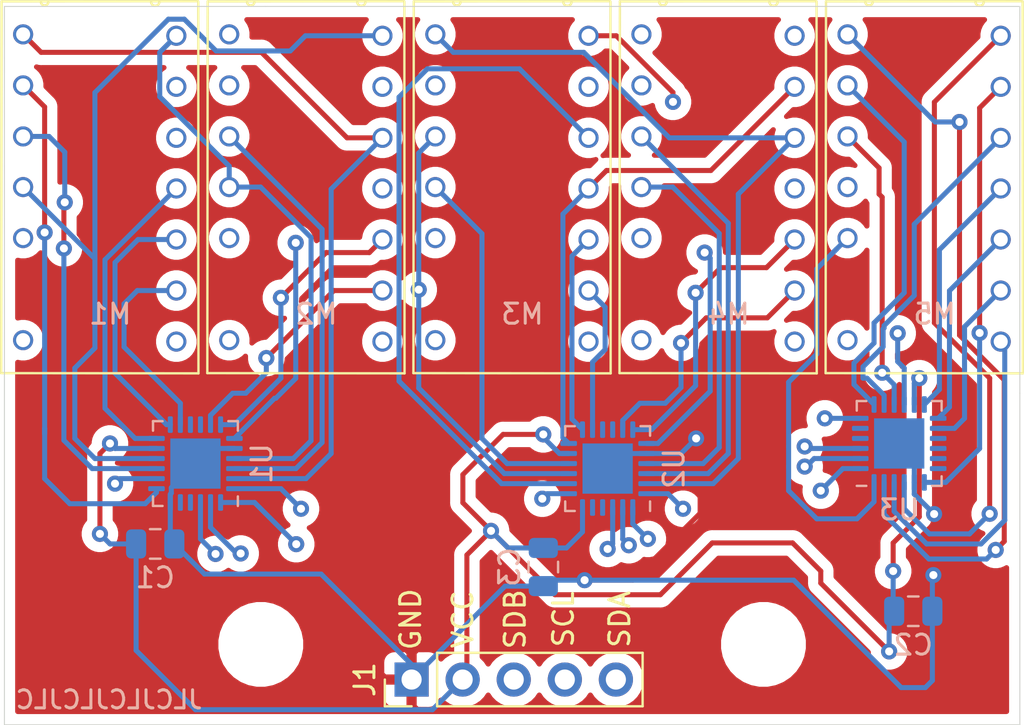
<source format=kicad_pcb>
(kicad_pcb (version 20171130) (host pcbnew 5.1.9+dfsg1-1)
  (layers (0 F.Cu signal) (1 In1.Cu signal) (2 In2.Cu signal) (31 B.Cu signal) (34 B.Paste user) (35 F.Paste user) (36 B.SilkS user) (37 F.SilkS user) (38 B.Mask user) (39 F.Mask user) (44 Edge.Cuts user))
  (net 0 "")
  (net 1 /C2)
  (net 2 /R1)
  (net 3 /R3)
  (net 4 /R4)
  (net 5 /C1)
  (net 6 "Net-(M1-Pad7)")
  (net 7 /R5)
  (net 8 /C4)
  (net 9 /R7)
  (net 10 /C5)
  (net 11 /R2)
  (net 12 /R6)
  (net 13 /C3)
  (net 14 "Net-(M2-Pad7)")
  (net 15 /C7)
  (net 16 /C6)
  (net 17 "Net-(M3-Pad7)")
  (net 18 "Net-(M4-Pad7)")
  (net 19 "Net-(M5-Pad7)")
  (net 20 GND)
  (net 21 "Net-(U1-Pad16)")
  (net 22 "Net-(U1-Pad15)")
  (net 23 +3V3)
  (net 24 "Net-(U1-Pad5)")
  (net 25 "Net-(U1-Pad4)")
  (net 26 SDB)
  (net 27 SCL)
  (net 28 SDA)
  (net 29 "Net-(U2-Pad16)")
  (net 30 "Net-(U2-Pad15)")
  (net 31 "Net-(U2-Pad5)")
  (net 32 "Net-(U2-Pad4)")
  (net 33 "Net-(U3-Pad18)")
  (net 34 "Net-(U3-Pad17)")
  (net 35 "Net-(U3-Pad16)")
  (net 36 "Net-(U3-Pad15)")
  (net 37 "Net-(U3-Pad5)")
  (net 38 "Net-(U3-Pad4)")
  (net 39 /2-C2)
  (net 40 /2-R1)
  (net 41 /2-R3)
  (net 42 /2-R4)
  (net 43 /2-C1)
  (net 44 /2-R5)
  (net 45 /2-C4)
  (net 46 /2-R7)
  (net 47 /2-C5)
  (net 48 /2-R2)
  (net 49 /2-R6)
  (net 50 /2-C3)
  (net 51 /2-C7)
  (net 52 /2-C6)
  (net 53 /3-C2)
  (net 54 /3-R1)
  (net 55 /3-R3)
  (net 56 /3-R4)
  (net 57 /3-C1)
  (net 58 /3-R5)
  (net 59 /3-C4)
  (net 60 /3-R7)
  (net 61 /3-C5)
  (net 62 /3-R2)
  (net 63 /3-R6)
  (net 64 /3-C3)
  (module Package_DFN_QFN:QFN-24-1EP_4x4mm_P0.5mm_EP2.6x2.6mm (layer B.Cu) (at 171.5 96.25)
    (fp_text reference U3 (at 0 3.3) (layer B.SilkS) (effects (justify mirror)))
    (fp_text value IS31FL3730 hide)
    (pad 25 smd rect (at 0 0) (size 2.5 2.5) (layers B.Cu B.Mask) (net 20 GND))
    (pad 24 smd roundrect (at -1.25 1.9375) (size 0.25 0.825) (layers B.Cu B.Paste B.Mask) (net 57 /3-C1))
    (pad 23 smd roundrect (at -0.75 1.9375) (size 0.25 0.825) (layers B.Cu B.Paste B.Mask) (net 53 /3-C2))
    (pad 22 smd roundrect (at -0.25 1.9375) (size 0.25 0.825) (layers B.Cu B.Paste B.Mask) (net 64 /3-C3))
    (pad 21 smd roundrect (at 0.25 1.9375) (size 0.25 0.825) (layers B.Cu B.Paste B.Mask) (net 59 /3-C4))
    (pad 20 smd roundrect (at 0.75 1.9375) (size 0.25 0.825) (layers B.Cu B.Paste B.Mask) (net 20 GND))
    (pad 19 smd roundrect (at 1.25 1.9375) (size 0.25 0.825) (layers B.Cu B.Paste B.Mask) (net 61 /3-C5))
    (pad 18 smd roundrect (at 1.9375 1.25) (size 0.825 0.25) (layers B.Cu B.Paste B.Mask) (net 33 "Net-(U3-Pad18)"))
    (pad 17 smd roundrect (at 1.9375 0.75) (size 0.825 0.25) (layers B.Cu B.Paste B.Mask) (net 34 "Net-(U3-Pad17)"))
    (pad 16 smd roundrect (at 1.9375 0.25) (size 0.825 0.25) (layers B.Cu B.Paste B.Mask) (net 35 "Net-(U3-Pad16)"))
    (pad 15 smd roundrect (at 1.9375 -0.25) (size 0.825 0.25) (layers B.Cu B.Paste B.Mask) (net 36 "Net-(U3-Pad15)"))
    (pad 14 smd roundrect (at 1.9375 -0.75) (size 0.825 0.25) (layers B.Cu B.Paste B.Mask) (net 60 /3-R7))
    (pad 13 smd roundrect (at 1.9375 -1.25) (size 0.825 0.25) (layers B.Cu B.Paste B.Mask) (net 63 /3-R6))
    (pad 12 smd roundrect (at 1.25 -1.9375) (size 0.25 0.825) (layers B.Cu B.Paste B.Mask) (net 58 /3-R5))
    (pad 11 smd roundrect (at 0.75 -1.9375) (size 0.25 0.825) (layers B.Cu B.Paste B.Mask) (net 23 +3V3))
    (pad 10 smd roundrect (at 0.25 -1.9375) (size 0.25 0.825) (layers B.Cu B.Paste B.Mask) (net 56 /3-R4))
    (pad 9 smd roundrect (at -0.25 -1.9375) (size 0.25 0.825) (layers B.Cu B.Paste B.Mask) (net 55 /3-R3))
    (pad 8 smd roundrect (at -0.75 -1.9375) (size 0.25 0.825) (layers B.Cu B.Paste B.Mask) (net 62 /3-R2))
    (pad 7 smd roundrect (at -1.25 -1.9375) (size 0.25 0.825) (layers B.Cu B.Paste B.Mask) (net 54 /3-R1))
    (pad 6 smd roundrect (at -1.9375 -1.25) (size 0.825 0.25) (layers B.Cu B.Paste B.Mask) (net 27 SCL))
    (pad 5 smd roundrect (at -1.9375 -0.75) (size 0.825 0.25) (layers B.Cu B.Paste B.Mask) (net 37 "Net-(U3-Pad5)"))
    (pad 4 smd roundrect (at -1.9375 -0.25) (size 0.825 0.25) (layers B.Cu B.Paste B.Mask) (net 38 "Net-(U3-Pad4)"))
    (pad 3 smd roundrect (at -1.9375 0.25) (size 0.825 0.25) (layers B.Cu B.Paste B.Mask) (net 26 SDB))
    (pad 2 smd roundrect (at -1.9375 0.75) (size 0.825 0.25) (layers B.Cu B.Paste B.Mask) (net 27 SCL))
    (pad 1 smd roundrect (at -1.9375 1.25) (size 0.825 0.25) (layers B.Cu B.Paste B.Mask) (net 28 SDA))
  )
  (module Package_DFN_QFN:QFN-24-1EP_4x4mm_P0.5mm_EP2.6x2.6mm (layer B.Cu) (at 157 97.5 90)
    (fp_text reference U2 (at 0 3.3 90) (layer B.SilkS) (effects (justify mirror)))
    (fp_text value IS31FL3730 hide)
    (pad 25 smd rect (at 0 0 90) (size 2.5 2.5) (layers B.Cu B.Mask) (net 20 GND))
    (pad 24 smd roundrect (at -1.25 1.9375 90) (size 0.25 0.825) (layers B.Cu B.Paste B.Mask) (net 43 /2-C1))
    (pad 23 smd roundrect (at -0.75 1.9375 90) (size 0.25 0.825) (layers B.Cu B.Paste B.Mask) (net 39 /2-C2))
    (pad 22 smd roundrect (at -0.25 1.9375 90) (size 0.25 0.825) (layers B.Cu B.Paste B.Mask) (net 50 /2-C3))
    (pad 21 smd roundrect (at 0.25 1.9375 90) (size 0.25 0.825) (layers B.Cu B.Paste B.Mask) (net 45 /2-C4))
    (pad 20 smd roundrect (at 0.75 1.9375 90) (size 0.25 0.825) (layers B.Cu B.Paste B.Mask) (net 20 GND))
    (pad 19 smd roundrect (at 1.25 1.9375 90) (size 0.25 0.825) (layers B.Cu B.Paste B.Mask) (net 47 /2-C5))
    (pad 18 smd roundrect (at 1.9375 1.25 90) (size 0.825 0.25) (layers B.Cu B.Paste B.Mask) (net 52 /2-C6))
    (pad 17 smd roundrect (at 1.9375 0.75 90) (size 0.825 0.25) (layers B.Cu B.Paste B.Mask) (net 51 /2-C7))
    (pad 16 smd roundrect (at 1.9375 0.25 90) (size 0.825 0.25) (layers B.Cu B.Paste B.Mask) (net 29 "Net-(U2-Pad16)"))
    (pad 15 smd roundrect (at 1.9375 -0.25 90) (size 0.825 0.25) (layers B.Cu B.Paste B.Mask) (net 30 "Net-(U2-Pad15)"))
    (pad 14 smd roundrect (at 1.9375 -0.75 90) (size 0.825 0.25) (layers B.Cu B.Paste B.Mask) (net 46 /2-R7))
    (pad 13 smd roundrect (at 1.9375 -1.25 90) (size 0.825 0.25) (layers B.Cu B.Paste B.Mask) (net 49 /2-R6))
    (pad 12 smd roundrect (at 1.25 -1.9375 90) (size 0.25 0.825) (layers B.Cu B.Paste B.Mask) (net 44 /2-R5))
    (pad 11 smd roundrect (at 0.75 -1.9375 90) (size 0.25 0.825) (layers B.Cu B.Paste B.Mask) (net 23 +3V3))
    (pad 10 smd roundrect (at 0.25 -1.9375 90) (size 0.25 0.825) (layers B.Cu B.Paste B.Mask) (net 42 /2-R4))
    (pad 9 smd roundrect (at -0.25 -1.9375 90) (size 0.25 0.825) (layers B.Cu B.Paste B.Mask) (net 41 /2-R3))
    (pad 8 smd roundrect (at -0.75 -1.9375 90) (size 0.25 0.825) (layers B.Cu B.Paste B.Mask) (net 48 /2-R2))
    (pad 7 smd roundrect (at -1.25 -1.9375 90) (size 0.25 0.825) (layers B.Cu B.Paste B.Mask) (net 40 /2-R1))
    (pad 6 smd roundrect (at -1.9375 -1.25 90) (size 0.825 0.25) (layers B.Cu B.Paste B.Mask) (net 23 +3V3))
    (pad 5 smd roundrect (at -1.9375 -0.75 90) (size 0.825 0.25) (layers B.Cu B.Paste B.Mask) (net 31 "Net-(U2-Pad5)"))
    (pad 4 smd roundrect (at -1.9375 -0.25 90) (size 0.825 0.25) (layers B.Cu B.Paste B.Mask) (net 32 "Net-(U2-Pad4)"))
    (pad 3 smd roundrect (at -1.9375 0.25 90) (size 0.825 0.25) (layers B.Cu B.Paste B.Mask) (net 26 SDB))
    (pad 2 smd roundrect (at -1.9375 0.75 90) (size 0.825 0.25) (layers B.Cu B.Paste B.Mask) (net 27 SCL))
    (pad 1 smd roundrect (at -1.9375 1.25 90) (size 0.825 0.25) (layers B.Cu B.Paste B.Mask) (net 28 SDA))
  )
  (module Package_DFN_QFN:QFN-24-1EP_4x4mm_P0.5mm_EP2.6x2.6mm (layer B.Cu) (at 136.5 97.25 90)
    (fp_text reference U1 (at 0 3.3 270) (layer B.SilkS) (effects (justify mirror)))
    (fp_text value IS31FL3730 hide)
    (pad 25 smd rect (at 0 0 90) (size 2.5 2.5) (layers B.Cu B.Mask) (net 20 GND))
    (pad 24 smd roundrect (at -1.25 1.9375 90) (size 0.25 0.825) (layers B.Cu B.Paste B.Mask) (net 5 /C1))
    (pad 23 smd roundrect (at -0.75 1.9375 90) (size 0.25 0.825) (layers B.Cu B.Paste B.Mask) (net 1 /C2))
    (pad 22 smd roundrect (at -0.25 1.9375 90) (size 0.25 0.825) (layers B.Cu B.Paste B.Mask) (net 13 /C3))
    (pad 21 smd roundrect (at 0.25 1.9375 90) (size 0.25 0.825) (layers B.Cu B.Paste B.Mask) (net 8 /C4))
    (pad 20 smd roundrect (at 0.75 1.9375 90) (size 0.25 0.825) (layers B.Cu B.Paste B.Mask) (net 20 GND))
    (pad 19 smd roundrect (at 1.25 1.9375 90) (size 0.25 0.825) (layers B.Cu B.Paste B.Mask) (net 10 /C5))
    (pad 18 smd roundrect (at 1.9375 1.25 90) (size 0.825 0.25) (layers B.Cu B.Paste B.Mask) (net 16 /C6))
    (pad 17 smd roundrect (at 1.9375 0.75 90) (size 0.825 0.25) (layers B.Cu B.Paste B.Mask) (net 15 /C7))
    (pad 16 smd roundrect (at 1.9375 0.25 90) (size 0.825 0.25) (layers B.Cu B.Paste B.Mask) (net 21 "Net-(U1-Pad16)"))
    (pad 15 smd roundrect (at 1.9375 -0.25 90) (size 0.825 0.25) (layers B.Cu B.Paste B.Mask) (net 22 "Net-(U1-Pad15)"))
    (pad 14 smd roundrect (at 1.9375 -0.75 90) (size 0.825 0.25) (layers B.Cu B.Paste B.Mask) (net 9 /R7))
    (pad 13 smd roundrect (at 1.9375 -1.25 90) (size 0.825 0.25) (layers B.Cu B.Paste B.Mask) (net 12 /R6))
    (pad 12 smd roundrect (at 1.25 -1.9375 90) (size 0.25 0.825) (layers B.Cu B.Paste B.Mask) (net 7 /R5))
    (pad 11 smd roundrect (at 0.75 -1.9375 90) (size 0.25 0.825) (layers B.Cu B.Paste B.Mask) (net 23 +3V3))
    (pad 10 smd roundrect (at 0.25 -1.9375 90) (size 0.25 0.825) (layers B.Cu B.Paste B.Mask) (net 4 /R4))
    (pad 9 smd roundrect (at -0.25 -1.9375 90) (size 0.25 0.825) (layers B.Cu B.Paste B.Mask) (net 3 /R3))
    (pad 8 smd roundrect (at -0.75 -1.9375 90) (size 0.25 0.825) (layers B.Cu B.Paste B.Mask) (net 11 /R2))
    (pad 7 smd roundrect (at -1.25 -1.9375 90) (size 0.25 0.825) (layers B.Cu B.Paste B.Mask) (net 2 /R1))
    (pad 6 smd roundrect (at -1.9375 -1.25 90) (size 0.825 0.25) (layers B.Cu B.Paste B.Mask) (net 20 GND))
    (pad 5 smd roundrect (at -1.9375 -0.75 90) (size 0.825 0.25) (layers B.Cu B.Paste B.Mask) (net 24 "Net-(U1-Pad5)"))
    (pad 4 smd roundrect (at -1.9375 -0.25 90) (size 0.825 0.25) (layers B.Cu B.Paste B.Mask) (net 25 "Net-(U1-Pad4)"))
    (pad 3 smd roundrect (at -1.9375 0.25 90) (size 0.825 0.25) (layers B.Cu B.Paste B.Mask) (net 26 SDB))
    (pad 2 smd roundrect (at -1.9375 0.75 90) (size 0.825 0.25) (layers B.Cu B.Paste B.Mask) (net 27 SCL))
    (pad 1 smd roundrect (at -1.9375 1.25 90) (size 0.825 0.25) (layers B.Cu B.Paste B.Mask) (net 28 SDA))
  )
  (module ltp205g:LTP-305G (layer F.Cu) (at 152 83.5)
    (fp_text reference M3 (at 0.76 6.31) (layer B.SilkS) (effects (justify mirror)))
    (fp_text value LTP-305G hide)
    (pad 1 thru_hole circle (at -3.57 -7.61) (size 1 1) (drill 0.7) (layers *.Cu *.Mask) (net 39 /2-C2))
    (pad 2 thru_hole circle (at -3.57 -5.07) (size 1 1) (drill 0.7) (layers *.Cu *.Mask) (net 40 /2-R1))
    (pad 3 thru_hole circle (at -3.57 -2.53) (size 1 1) (drill 0.7) (layers *.Cu *.Mask) (net 41 /2-R3))
    (pad 4 thru_hole circle (at -3.57 -0.01) (size 1 1) (drill 0.7) (layers *.Cu *.Mask) (net 42 /2-R4))
    (pad 5 thru_hole circle (at -3.57 2.53) (size 1 1) (drill 0.7) (layers *.Cu *.Mask) (net 43 /2-C1))
    (pad 7 thru_hole circle (at -3.57 7.61) (size 1 1) (drill 0.7) (layers *.Cu *.Mask) (net 17 "Net-(M3-Pad7)"))
    (pad 11 thru_hole circle (at 4.05 0.06) (size 1 1) (drill 0.7) (layers *.Cu *.Mask) (net 44 /2-R5))
    (pad 14 thru_hole circle (at 4.05 -7.54) (size 1 1) (drill 0.7) (layers *.Cu *.Mask) (net 45 /2-C4))
    (pad 9 thru_hole circle (at 4.05 5.14) (size 1 1) (drill 0.7) (layers *.Cu *.Mask) (net 46 /2-R7))
    (pad 13 thru_hole circle (at 4.05 -5) (size 1 1) (drill 0.7) (layers *.Cu *.Mask) (net 47 /2-C5))
    (pad 12 thru_hole circle (at 4.05 -2.46) (size 1 1) (drill 0.7) (layers *.Cu *.Mask) (net 48 /2-R2))
    (pad 10 thru_hole circle (at 4.05 2.6) (size 1 1) (drill 0.7) (layers *.Cu *.Mask) (net 49 /2-R6))
    (pad 8 thru_hole circle (at 4.05 7.68) (size 1 1) (drill 0.7) (layers *.Cu *.Mask) (net 50 /2-C3))
  )
  (module Connector_PinHeader_2.54mm:PinHeader_1x05_P2.54mm_Vertical (layer F.Cu) (at 147.25 108 90)
    (fp_text reference J1 (at 0 -2.33 90) (layer F.SilkS))
    (fp_text value Conn_01x05_Female hide)
    (pad 5 thru_hole oval (at 0 10.16 90) (size 1.7 1.7) (drill 1) (layers *.Cu *.Mask) (net 28 SDA))
    (pad 4 thru_hole oval (at 0 7.62 90) (size 1.7 1.7) (drill 1) (layers *.Cu *.Mask) (net 27 SCL))
    (pad 3 thru_hole oval (at 0 5.08 90) (size 1.7 1.7) (drill 1) (layers *.Cu *.Mask) (net 26 SDB))
    (pad 2 thru_hole oval (at 0 2.54 90) (size 1.7 1.7) (drill 1) (layers *.Cu *.Mask) (net 23 +3V3))
    (pad 1 thru_hole rect (at 0 0 90) (size 1.7 1.7) (drill 1) (layers *.Cu *.Mask) (net 20 GND))
  )
  (module MountingHole:MountingHole_3.2mm_M3 (layer F.Cu) (at 164.75 106.25)
    (fp_text reference H2 hide)
    (fp_text value MountingHole hide)
    (pad 1 np_thru_hole circle (at 0 0) (size 3.2 3.2) (drill 3.2) (layers *.Cu *.Mask))
  )
  (module MountingHole:MountingHole_3.2mm_M3 (layer F.Cu) (at 139.75 106.25)
    (fp_text reference H1 hide)
    (fp_text value MountingHole hide)
    (pad 1 np_thru_hole circle (at 0 0) (size 3.2 3.2) (drill 3.2) (layers *.Cu *.Mask))
  )
  (module Capacitor_SMD:C_0805_2012Metric (layer B.Cu) (at 153.8 102.4 270)
    (fp_text reference C3 (at 0 1.68 90) (layer B.SilkS) (effects (justify mirror)))
    (fp_text value 100nf hide)
    (pad 2 smd roundrect (at 0.95 0 270) (size 1 1.45) (layers B.Cu B.Paste B.Mask) (net 20 GND))
    (pad 1 smd roundrect (at -0.95 0 270) (size 1 1.45) (layers B.Cu B.Paste B.Mask) (net 23 +3V3))
  )
  (module Capacitor_SMD:C_0805_2012Metric (layer B.Cu) (at 172.2 104.6)
    (fp_text reference C2 (at 0 1.68) (layer B.SilkS) (effects (justify mirror)))
    (fp_text value 100nf hide)
    (pad 2 smd roundrect (at 0.95 0) (size 1 1.45) (layers B.Cu B.Paste B.Mask) (net 20 GND))
    (pad 1 smd roundrect (at -0.95 0) (size 1 1.45) (layers B.Cu B.Paste B.Mask) (net 23 +3V3))
  )
  (module Capacitor_SMD:C_0805_2012Metric (layer B.Cu) (at 134.5 101.25)
    (fp_text reference C1 (at 0 1.68) (layer B.SilkS) (effects (justify mirror)))
    (fp_text value 100nf hide)
    (pad 2 smd roundrect (at 0.95 0) (size 1 1.45) (layers B.Cu B.Paste B.Mask) (net 20 GND))
    (pad 1 smd roundrect (at -0.95 0) (size 1 1.45) (layers B.Cu B.Paste B.Mask) (net 23 +3V3))
  )
  (module ltp205g:LTP-305G (layer F.Cu) (at 141.75 83.5)
    (fp_text reference M2 (at 0.76 6.31) (layer B.SilkS) (effects (justify mirror)))
    (fp_text value LTP-305G hide)
    (pad 1 thru_hole circle (at -3.57 -7.61) (size 1 1) (drill 0.7) (layers *.Cu *.Mask) (net 11 /R2))
    (pad 2 thru_hole circle (at -3.57 -5.07) (size 1 1) (drill 0.7) (layers *.Cu *.Mask) (net 5 /C1))
    (pad 3 thru_hole circle (at -3.57 -2.53) (size 1 1) (drill 0.7) (layers *.Cu *.Mask) (net 13 /C3))
    (pad 4 thru_hole circle (at -3.57 -0.01) (size 1 1) (drill 0.7) (layers *.Cu *.Mask) (net 8 /C4))
    (pad 5 thru_hole circle (at -3.57 2.53) (size 1 1) (drill 0.7) (layers *.Cu *.Mask) (net 2 /R1))
    (pad 7 thru_hole circle (at -3.57 7.61) (size 1 1) (drill 0.7) (layers *.Cu *.Mask) (net 14 "Net-(M2-Pad7)"))
    (pad 11 thru_hole circle (at 4.05 0.06) (size 1 1) (drill 0.7) (layers *.Cu *.Mask) (net 10 /C5))
    (pad 14 thru_hole circle (at 4.05 -7.54) (size 1 1) (drill 0.7) (layers *.Cu *.Mask) (net 4 /R4))
    (pad 9 thru_hole circle (at 4.05 5.14) (size 1 1) (drill 0.7) (layers *.Cu *.Mask) (net 15 /C7))
    (pad 13 thru_hole circle (at 4.05 -5) (size 1 1) (drill 0.7) (layers *.Cu *.Mask) (net 7 /R5))
    (pad 12 thru_hole circle (at 4.05 -2.46) (size 1 1) (drill 0.7) (layers *.Cu *.Mask) (net 1 /C2))
    (pad 10 thru_hole circle (at 4.05 2.6) (size 1 1) (drill 0.7) (layers *.Cu *.Mask) (net 16 /C6))
    (pad 8 thru_hole circle (at 4.05 7.68) (size 1 1) (drill 0.7) (layers *.Cu *.Mask) (net 3 /R3))
  )
  (module ltp205g:LTP-305G (layer F.Cu) (at 131.5 83.5)
    (fp_text reference M1 (at 0.76 6.31) (layer B.SilkS) (effects (justify mirror)))
    (fp_text value LTP-305G hide)
    (pad 1 thru_hole circle (at -3.57 -7.61) (size 1 1) (drill 0.7) (layers *.Cu *.Mask) (net 1 /C2))
    (pad 2 thru_hole circle (at -3.57 -5.07) (size 1 1) (drill 0.7) (layers *.Cu *.Mask) (net 2 /R1))
    (pad 3 thru_hole circle (at -3.57 -2.53) (size 1 1) (drill 0.7) (layers *.Cu *.Mask) (net 3 /R3))
    (pad 4 thru_hole circle (at -3.57 -0.01) (size 1 1) (drill 0.7) (layers *.Cu *.Mask) (net 4 /R4))
    (pad 5 thru_hole circle (at -3.57 2.53) (size 1 1) (drill 0.7) (layers *.Cu *.Mask) (net 5 /C1))
    (pad 7 thru_hole circle (at -3.57 7.61) (size 1 1) (drill 0.7) (layers *.Cu *.Mask) (net 6 "Net-(M1-Pad7)"))
    (pad 11 thru_hole circle (at 4.05 0.06) (size 1 1) (drill 0.7) (layers *.Cu *.Mask) (net 7 /R5))
    (pad 14 thru_hole circle (at 4.05 -7.54) (size 1 1) (drill 0.7) (layers *.Cu *.Mask) (net 8 /C4))
    (pad 9 thru_hole circle (at 4.05 5.14) (size 1 1) (drill 0.7) (layers *.Cu *.Mask) (net 9 /R7))
    (pad 13 thru_hole circle (at 4.05 -5) (size 1 1) (drill 0.7) (layers *.Cu *.Mask) (net 10 /C5))
    (pad 12 thru_hole circle (at 4.05 -2.46) (size 1 1) (drill 0.7) (layers *.Cu *.Mask) (net 11 /R2))
    (pad 10 thru_hole circle (at 4.05 2.6) (size 1 1) (drill 0.7) (layers *.Cu *.Mask) (net 12 /R6))
    (pad 8 thru_hole circle (at 4.05 7.68) (size 1 1) (drill 0.7) (layers *.Cu *.Mask) (net 13 /C3))
  )
  (module ltp205g:LTP-305G (layer F.Cu) (at 172.5 83.5)
    (fp_text reference M5 (at 0.76 6.31) (layer B.SilkS) (effects (justify mirror)))
    (fp_text value LTP-305G hide)
    (pad 1 thru_hole circle (at -3.57 -7.61) (size 1 1) (drill 0.7) (layers *.Cu *.Mask) (net 53 /3-C2))
    (pad 2 thru_hole circle (at -3.57 -5.07) (size 1 1) (drill 0.7) (layers *.Cu *.Mask) (net 54 /3-R1))
    (pad 3 thru_hole circle (at -3.57 -2.53) (size 1 1) (drill 0.7) (layers *.Cu *.Mask) (net 55 /3-R3))
    (pad 4 thru_hole circle (at -3.57 -0.01) (size 1 1) (drill 0.7) (layers *.Cu *.Mask) (net 56 /3-R4))
    (pad 5 thru_hole circle (at -3.57 2.53) (size 1 1) (drill 0.7) (layers *.Cu *.Mask) (net 57 /3-C1))
    (pad 7 thru_hole circle (at -3.57 7.61) (size 1 1) (drill 0.7) (layers *.Cu *.Mask) (net 19 "Net-(M5-Pad7)"))
    (pad 11 thru_hole circle (at 4.05 0.06) (size 1 1) (drill 0.7) (layers *.Cu *.Mask) (net 58 /3-R5))
    (pad 14 thru_hole circle (at 4.05 -7.54) (size 1 1) (drill 0.7) (layers *.Cu *.Mask) (net 59 /3-C4))
    (pad 9 thru_hole circle (at 4.05 5.14) (size 1 1) (drill 0.7) (layers *.Cu *.Mask) (net 60 /3-R7))
    (pad 13 thru_hole circle (at 4.05 -5) (size 1 1) (drill 0.7) (layers *.Cu *.Mask) (net 61 /3-C5))
    (pad 12 thru_hole circle (at 4.05 -2.46) (size 1 1) (drill 0.7) (layers *.Cu *.Mask) (net 62 /3-R2))
    (pad 10 thru_hole circle (at 4.05 2.6) (size 1 1) (drill 0.7) (layers *.Cu *.Mask) (net 63 /3-R6))
    (pad 8 thru_hole circle (at 4.05 7.68) (size 1 1) (drill 0.7) (layers *.Cu *.Mask) (net 64 /3-C3))
  )
  (module ltp205g:LTP-305G (layer F.Cu) (at 162.25 83.5)
    (fp_text reference M4 (at 0.76 6.31) (layer B.SilkS) (effects (justify mirror)))
    (fp_text value LTP-305G hide)
    (pad 1 thru_hole circle (at -3.57 -7.61) (size 1 1) (drill 0.7) (layers *.Cu *.Mask) (net 48 /2-R2))
    (pad 2 thru_hole circle (at -3.57 -5.07) (size 1 1) (drill 0.7) (layers *.Cu *.Mask) (net 43 /2-C1))
    (pad 3 thru_hole circle (at -3.57 -2.53) (size 1 1) (drill 0.7) (layers *.Cu *.Mask) (net 50 /2-C3))
    (pad 4 thru_hole circle (at -3.57 -0.01) (size 1 1) (drill 0.7) (layers *.Cu *.Mask) (net 45 /2-C4))
    (pad 5 thru_hole circle (at -3.57 2.53) (size 1 1) (drill 0.7) (layers *.Cu *.Mask) (net 40 /2-R1))
    (pad 7 thru_hole circle (at -3.57 7.61) (size 1 1) (drill 0.7) (layers *.Cu *.Mask) (net 18 "Net-(M4-Pad7)"))
    (pad 11 thru_hole circle (at 4.05 0.06) (size 1 1) (drill 0.7) (layers *.Cu *.Mask) (net 47 /2-C5))
    (pad 14 thru_hole circle (at 4.05 -7.54) (size 1 1) (drill 0.7) (layers *.Cu *.Mask) (net 42 /2-R4))
    (pad 9 thru_hole circle (at 4.05 5.14) (size 1 1) (drill 0.7) (layers *.Cu *.Mask) (net 51 /2-C7))
    (pad 13 thru_hole circle (at 4.05 -5) (size 1 1) (drill 0.7) (layers *.Cu *.Mask) (net 44 /2-R5))
    (pad 12 thru_hole circle (at 4.05 -2.46) (size 1 1) (drill 0.7) (layers *.Cu *.Mask) (net 39 /2-C2))
    (pad 10 thru_hole circle (at 4.05 2.6) (size 1 1) (drill 0.7) (layers *.Cu *.Mask) (net 52 /2-C6))
    (pad 8 thru_hole circle (at 4.05 7.68) (size 1 1) (drill 0.7) (layers *.Cu *.Mask) (net 41 /2-R3))
  )
  (gr_text JLCJLCJLCJLC (at 132.2 109) (layer B.SilkS) (effects (font (size 0.9 0.9)) (justify mirror)))
  (gr_text SDA (at 157.6 105 90) (layer F.SilkS) (effects (font (size 1 1))))
  (gr_text SCL (at 154.8 105 90) (layer F.SilkS) (effects (font (size 1 1))))
  (gr_text SDB (at 152.4 105 90) (layer F.SilkS) (effects (font (size 1 1))))
  (gr_text VCC (at 149.8 105 90) (layer F.SilkS) (effects (font (size 1 1))))
  (gr_text GND (at 147.2 105 90) (layer F.SilkS) (effects (font (size 1 1))))
  (gr_line (start 177.5 110.25) (end 127 110.25) (layer Edge.Cuts) (width 0.05))
  (gr_line (start 127 74.5) (end 127 110.25) (layer Edge.Cuts) (width 0.05))
  (gr_line (start 140 74.5) (end 127 74.5) (layer Edge.Cuts) (width 0.05))
  (gr_line (start 167.5 74.5) (end 140 74.5) (layer Edge.Cuts) (width 0.05))
  (gr_line (start 177.5 93.75) (end 177.5 110.25) (layer Edge.Cuts) (width 0.05))
  (gr_line (start 177.5 74.5) (end 177.5 93.75) (layer Edge.Cuts) (width 0.05))
  (gr_line (start 167.5 74.5) (end 177.5 74.5) (layer Edge.Cuts) (width 0.05))
  (segment (start 139.785001 76.785001) (end 144.04 81.04) (width 0.25) (layer F.Cu) (net 1))
  (segment (start 144.04 81.04) (end 145.8 81.04) (width 0.25) (layer F.Cu) (net 1))
  (segment (start 127.93 75.89) (end 128.825001 76.785001) (width 0.25) (layer F.Cu) (net 1))
  (segment (start 128.825001 76.785001) (end 139.785001 76.785001) (width 0.25) (layer F.Cu) (net 1))
  (segment (start 143.25 83.59) (end 145.8 81.04) (width 0.25) (layer B.Cu) (net 1))
  (segment (start 143.25 96.75) (end 143.25 83.59) (width 0.25) (layer B.Cu) (net 1))
  (segment (start 142 98) (end 143.25 96.75) (width 0.25) (layer B.Cu) (net 1))
  (segment (start 138.4375 98) (end 142 98) (width 0.25) (layer B.Cu) (net 1))
  (via (at 129 85.75) (size 0.8) (drill 0.4) (layers F.Cu B.Cu) (net 2))
  (segment (start 129 79.5) (end 127.93 78.43) (width 0.25) (layer F.Cu) (net 2))
  (segment (start 129 85.75) (end 129 79.5) (width 0.25) (layer F.Cu) (net 2))
  (segment (start 134.5625 98.5) (end 134.5625 98.6875) (width 0.25) (layer B.Cu) (net 2))
  (segment (start 134.5625 98.6875) (end 134 99.25) (width 0.25) (layer B.Cu) (net 2))
  (segment (start 134 99.25) (end 130.25 99.25) (width 0.25) (layer B.Cu) (net 2))
  (segment (start 129 98) (end 129 95.5) (width 0.25) (layer B.Cu) (net 2))
  (segment (start 130.25 99.25) (end 129 98) (width 0.25) (layer B.Cu) (net 2))
  (segment (start 129 95.5) (end 129 85.75) (width 0.25) (layer B.Cu) (net 2))
  (segment (start 129 95.77282) (end 129 95.5) (width 0.25) (layer B.Cu) (net 2))
  (via (at 129.957347 86.542653) (size 0.8) (drill 0.4) (layers F.Cu B.Cu) (net 3))
  (segment (start 129.957347 96.093757) (end 129.957347 86.542653) (width 0.25) (layer B.Cu) (net 3))
  (segment (start 131.36359 97.5) (end 129.957347 96.093757) (width 0.25) (layer B.Cu) (net 3))
  (segment (start 134.5625 97.5) (end 131.36359 97.5) (width 0.25) (layer B.Cu) (net 3))
  (via (at 130 84.25) (size 0.8) (drill 0.4) (layers F.Cu B.Cu) (net 3))
  (segment (start 129.957347 84.292653) (end 130 84.25) (width 0.25) (layer F.Cu) (net 3))
  (segment (start 129.957347 86.542653) (end 129.957347 84.292653) (width 0.25) (layer F.Cu) (net 3))
  (segment (start 129.22 80.97) (end 127.93 80.97) (width 0.25) (layer B.Cu) (net 3))
  (segment (start 130 81.75) (end 129.22 80.97) (width 0.25) (layer B.Cu) (net 3))
  (segment (start 130 84.25) (end 130 81.75) (width 0.25) (layer B.Cu) (net 3))
  (segment (start 131.5 87.06) (end 127.93 83.49) (width 0.25) (layer B.Cu) (net 4))
  (segment (start 131.5 91.5) (end 131.5 87.06) (width 0.25) (layer B.Cu) (net 4))
  (segment (start 130.5 92.5) (end 131.5 91.5) (width 0.25) (layer B.Cu) (net 4))
  (segment (start 130.5 96) (end 130.5 92.5) (width 0.25) (layer B.Cu) (net 4))
  (segment (start 131.5 97) (end 130.5 96) (width 0.25) (layer B.Cu) (net 4))
  (segment (start 134.5625 97) (end 131.5 97) (width 0.25) (layer B.Cu) (net 4))
  (segment (start 135.153999 75.134999) (end 131.5 78.788998) (width 0.25) (layer B.Cu) (net 4))
  (segment (start 131.5 78.788998) (end 131.5 87.06) (width 0.25) (layer B.Cu) (net 4))
  (segment (start 135.946001 75.134999) (end 135.153999 75.134999) (width 0.25) (layer B.Cu) (net 4))
  (segment (start 137.526003 76.715001) (end 135.946001 75.134999) (width 0.25) (layer B.Cu) (net 4))
  (segment (start 141.213997 76.715001) (end 137.526003 76.715001) (width 0.25) (layer B.Cu) (net 4))
  (segment (start 141.968998 75.96) (end 141.213997 76.715001) (width 0.25) (layer B.Cu) (net 4))
  (segment (start 145.8 75.96) (end 141.968998 75.96) (width 0.25) (layer B.Cu) (net 4))
  (via (at 141.75 99.5) (size 0.8) (drill 0.4) (layers F.Cu B.Cu) (net 5))
  (segment (start 141.75 99.5) (end 140.75 98.5) (width 0.25) (layer B.Cu) (net 5))
  (segment (start 140.75 98.5) (end 138.4375 98.5) (width 0.25) (layer B.Cu) (net 5))
  (segment (start 134.5625 96) (end 133.5 96) (width 0.25) (layer B.Cu) (net 7))
  (segment (start 133.5 96) (end 132 94.5) (width 0.25) (layer B.Cu) (net 7))
  (segment (start 132 87.11) (end 135.55 83.56) (width 0.25) (layer B.Cu) (net 7))
  (segment (start 132 94.5) (end 132 87.11) (width 0.25) (layer B.Cu) (net 7))
  (segment (start 139.74 83.49) (end 138.18 83.49) (width 0.25) (layer B.Cu) (net 8))
  (segment (start 142.25 86) (end 139.74 83.49) (width 0.25) (layer B.Cu) (net 8))
  (segment (start 142.25 96.11359) (end 142.25 86) (width 0.25) (layer B.Cu) (net 8))
  (segment (start 141.36359 97) (end 142.25 96.11359) (width 0.25) (layer B.Cu) (net 8))
  (segment (start 138.4375 97) (end 141.36359 97) (width 0.25) (layer B.Cu) (net 8))
  (segment (start 138.18 82.448998) (end 138.18 83.49) (width 0.25) (layer B.Cu) (net 8))
  (segment (start 134.724999 78.993997) (end 138.18 82.448998) (width 0.25) (layer B.Cu) (net 8))
  (segment (start 134.724999 76.785001) (end 134.724999 78.993997) (width 0.25) (layer B.Cu) (net 8))
  (segment (start 135.55 75.96) (end 134.724999 76.785001) (width 0.25) (layer B.Cu) (net 8))
  (segment (start 135.55 88.64) (end 133.61 88.64) (width 0.25) (layer B.Cu) (net 9))
  (segment (start 133.61 88.64) (end 132.95001 89.29999) (width 0.25) (layer B.Cu) (net 9))
  (segment (start 132.95001 89.29999) (end 132.95001 91.45001) (width 0.25) (layer B.Cu) (net 9))
  (segment (start 135.75 94.25) (end 135.75 95.3125) (width 0.25) (layer B.Cu) (net 9))
  (segment (start 132.95001 91.45001) (end 135.75 94.25) (width 0.25) (layer B.Cu) (net 9))
  (segment (start 138.4375 96) (end 140.4375 94) (width 0.25) (layer B.Cu) (net 10))
  (segment (start 140.4375 94) (end 140.5 94) (width 0.25) (layer B.Cu) (net 10))
  (via (at 141.487347 86.262653) (size 0.8) (drill 0.4) (layers F.Cu B.Cu) (net 10))
  (segment (start 141.487347 93.012653) (end 141.487347 86.262653) (width 0.25) (layer B.Cu) (net 10))
  (segment (start 140.5 94) (end 141.487347 93.012653) (width 0.25) (layer B.Cu) (net 10))
  (via (at 132.5 98.25) (size 0.8) (drill 0.4) (layers F.Cu B.Cu) (net 11))
  (segment (start 132.75 98) (end 134.5625 98) (width 0.25) (layer B.Cu) (net 11))
  (segment (start 132.5 98.25) (end 132.75 98) (width 0.25) (layer B.Cu) (net 11))
  (segment (start 135.55 86.1) (end 133.64641 86.1) (width 0.25) (layer B.Cu) (net 12))
  (segment (start 133.64641 86.1) (end 132.5 87.24641) (width 0.25) (layer B.Cu) (net 12))
  (segment (start 132.5 87.24641) (end 132.5 92.75) (width 0.25) (layer B.Cu) (net 12))
  (segment (start 135.0625 95.3125) (end 135.25 95.3125) (width 0.25) (layer B.Cu) (net 12))
  (segment (start 132.5 92.75) (end 135.0625 95.3125) (width 0.25) (layer B.Cu) (net 12))
  (segment (start 138.4375 97.5) (end 141.5 97.5) (width 0.25) (layer B.Cu) (net 13))
  (segment (start 141.5 97.5) (end 142.79999 96.20001) (width 0.25) (layer B.Cu) (net 13))
  (segment (start 142.79999 85.58999) (end 138.18 80.97) (width 0.25) (layer B.Cu) (net 13))
  (segment (start 142.79999 96.20001) (end 142.79999 85.58999) (width 0.25) (layer B.Cu) (net 13))
  (via (at 140.025 92) (size 0.8) (drill 0.4) (layers F.Cu B.Cu) (net 15))
  (segment (start 143.385 88.64) (end 140.025 92) (width 0.25) (layer F.Cu) (net 15))
  (segment (start 145.8 88.64) (end 143.385 88.64) (width 0.25) (layer F.Cu) (net 15))
  (segment (start 140.025 92) (end 140.025 92.725) (width 0.25) (layer B.Cu) (net 15))
  (segment (start 140.025 92.725) (end 139 93.75) (width 0.25) (layer B.Cu) (net 15))
  (segment (start 137.25 94.851978) (end 137.25 95.3125) (width 0.25) (layer B.Cu) (net 15))
  (segment (start 138.351978 93.75) (end 137.25 94.851978) (width 0.25) (layer B.Cu) (net 15))
  (segment (start 139 93.75) (end 138.351978 93.75) (width 0.25) (layer B.Cu) (net 15))
  (segment (start 137.75 95.3125) (end 138.4375 95.3125) (width 0.25) (layer B.Cu) (net 16))
  (segment (start 138.4375 95.3125) (end 140.75 93) (width 0.25) (layer B.Cu) (net 16))
  (via (at 140.75 89) (size 0.8) (drill 0.4) (layers F.Cu B.Cu) (net 16))
  (segment (start 140.75 93) (end 140.75 89) (width 0.25) (layer B.Cu) (net 16))
  (segment (start 140.75 89) (end 143 86.75) (width 0.25) (layer F.Cu) (net 16))
  (segment (start 145.15 86.75) (end 145.8 86.1) (width 0.25) (layer F.Cu) (net 16))
  (segment (start 143 86.75) (end 145.15 86.75) (width 0.25) (layer F.Cu) (net 16))
  (segment (start 172.25 98.1875) (end 172.25 97) (width 0.25) (layer B.Cu) (net 20))
  (segment (start 172.25 97) (end 171.5 96.25) (width 0.25) (layer B.Cu) (net 20))
  (segment (start 157.75 98.1875) (end 157.75 97) (width 0.25) (layer B.Cu) (net 20))
  (segment (start 172.25 98.1875) (end 172.25 98.775306) (width 0.25) (layer B.Cu) (net 20))
  (via (at 173.237347 99.762653) (size 0.8) (drill 0.4) (layers F.Cu B.Cu) (net 20))
  (segment (start 172.25 98.775306) (end 173.237347 99.762653) (width 0.25) (layer B.Cu) (net 20))
  (segment (start 135.25 98.775) (end 135.25 99.1875) (width 0.25) (layer B.Cu) (net 20))
  (segment (start 135.30001 98.72499) (end 135.25 98.775) (width 0.25) (layer B.Cu) (net 20))
  (segment (start 135.30001 98.44999) (end 135.30001 98.72499) (width 0.25) (layer B.Cu) (net 20))
  (segment (start 136.5 97.25) (end 135.30001 98.44999) (width 0.25) (layer B.Cu) (net 20))
  (segment (start 135.25 101.05) (end 135.45 101.25) (width 0.25) (layer B.Cu) (net 20))
  (segment (start 135.25 99.1875) (end 135.25 101.05) (width 0.25) (layer B.Cu) (net 20))
  (segment (start 137.25 96.5) (end 136.5 97.25) (width 0.25) (layer B.Cu) (net 20))
  (segment (start 138.4375 96.5) (end 137.25 96.5) (width 0.25) (layer B.Cu) (net 20))
  (segment (start 147.25 108) (end 147.25 107.25) (width 0.25) (layer B.Cu) (net 20))
  (segment (start 147.25 107.25) (end 142.75 102.75) (width 0.25) (layer B.Cu) (net 20))
  (segment (start 136.95 102.75) (end 135.45 101.25) (width 0.25) (layer B.Cu) (net 20))
  (segment (start 142.75 102.75) (end 136.95 102.75) (width 0.25) (layer B.Cu) (net 20))
  (segment (start 157.75 96.75) (end 157 97.5) (width 0.25) (layer B.Cu) (net 20))
  (segment (start 158.9375 96.75) (end 157.75 96.75) (width 0.25) (layer B.Cu) (net 20))
  (via (at 161.4 96) (size 0.8) (drill 0.4) (layers F.Cu B.Cu) (net 20))
  (segment (start 160.65 96.75) (end 161.4 96) (width 0.25) (layer B.Cu) (net 20))
  (segment (start 158.9375 96.75) (end 160.65 96.75) (width 0.25) (layer B.Cu) (net 20))
  (segment (start 161.4 96) (end 161.6 96.2) (width 0.25) (layer F.Cu) (net 20))
  (segment (start 161.6 99.723002) (end 158.269041 103.053961) (width 0.25) (layer F.Cu) (net 20))
  (segment (start 161.6 96.2) (end 161.6 99.723002) (width 0.25) (layer F.Cu) (net 20))
  (via (at 155.853961 103.053961) (size 0.8) (drill 0.4) (layers F.Cu B.Cu) (net 20))
  (segment (start 158.269041 103.053961) (end 155.853961 103.053961) (width 0.25) (layer F.Cu) (net 20))
  (segment (start 154.096039 103.053961) (end 153.8 103.35) (width 0.25) (layer B.Cu) (net 20))
  (segment (start 155.853961 103.053961) (end 154.096039 103.053961) (width 0.25) (layer B.Cu) (net 20))
  (segment (start 151.9 103.35) (end 153.8 103.35) (width 0.25) (layer B.Cu) (net 20))
  (segment (start 147.25 108) (end 151.9 103.35) (width 0.25) (layer B.Cu) (net 20))
  (via (at 173.2 102.8) (size 0.8) (drill 0.4) (layers F.Cu B.Cu) (net 20))
  (segment (start 173.15 102.85) (end 173.2 102.8) (width 0.25) (layer B.Cu) (net 20))
  (segment (start 173.15 104.6) (end 173.15 102.85) (width 0.25) (layer B.Cu) (net 20))
  (segment (start 173.2 99.8) (end 173.237347 99.762653) (width 0.25) (layer F.Cu) (net 20))
  (segment (start 173.2 102.8) (end 173.2 99.8) (width 0.25) (layer F.Cu) (net 20))
  (segment (start 155.853961 103.053961) (end 166.253961 103.053961) (width 0.25) (layer B.Cu) (net 20))
  (segment (start 166.253961 103.053961) (end 171.6 108.4) (width 0.25) (layer B.Cu) (net 20))
  (segment (start 171.6 108.4) (end 172.8 108.4) (width 0.25) (layer B.Cu) (net 20))
  (segment (start 173.15 108.05) (end 173.15 104.6) (width 0.25) (layer B.Cu) (net 20))
  (segment (start 172.8 108.4) (end 173.15 108.05) (width 0.25) (layer B.Cu) (net 20))
  (segment (start 172.25 94.3125) (end 172.25 93.25) (width 0.25) (layer B.Cu) (net 23))
  (segment (start 172.25 93.25) (end 172.5 93) (width 0.25) (layer B.Cu) (net 23))
  (via (at 172.5 93) (size 0.8) (drill 0.4) (layers F.Cu B.Cu) (net 23))
  (via (at 131.75 100.75) (size 0.8) (drill 0.4) (layers F.Cu B.Cu) (net 23))
  (segment (start 132.25 101.25) (end 131.75 100.75) (width 0.25) (layer B.Cu) (net 23))
  (segment (start 133.55 101.25) (end 132.25 101.25) (width 0.25) (layer B.Cu) (net 23))
  (via (at 132.25 96.25) (size 0.8) (drill 0.4) (layers F.Cu B.Cu) (net 23))
  (segment (start 131.75 96.75) (end 132.25 96.25) (width 0.25) (layer F.Cu) (net 23))
  (segment (start 131.75 100.75) (end 131.75 96.75) (width 0.25) (layer F.Cu) (net 23))
  (segment (start 132.5 96.5) (end 134.5625 96.5) (width 0.25) (layer B.Cu) (net 23))
  (segment (start 132.25 96.25) (end 132.5 96.5) (width 0.25) (layer B.Cu) (net 23))
  (segment (start 149.79 108) (end 148.29 109.5) (width 0.25) (layer B.Cu) (net 23))
  (segment (start 148.29 109.5) (end 136.5 109.5) (width 0.25) (layer B.Cu) (net 23))
  (segment (start 133.55 106.55) (end 133.55 101.25) (width 0.25) (layer B.Cu) (net 23))
  (segment (start 136.5 109.5) (end 133.55 106.55) (width 0.25) (layer B.Cu) (net 23))
  (segment (start 155.75 99.4375) (end 155.75 100.65) (width 0.25) (layer B.Cu) (net 23))
  (segment (start 154.95 101.45) (end 153.8 101.45) (width 0.25) (layer B.Cu) (net 23))
  (segment (start 155.75 100.65) (end 154.95 101.45) (width 0.25) (layer B.Cu) (net 23))
  (segment (start 153.8 95.948022) (end 153.8 95.8) (width 0.25) (layer B.Cu) (net 23))
  (via (at 153.8 95.8) (size 0.8) (drill 0.4) (layers F.Cu B.Cu) (net 23))
  (segment (start 154.601978 96.75) (end 153.8 95.948022) (width 0.25) (layer B.Cu) (net 23))
  (segment (start 155.0625 96.75) (end 154.601978 96.75) (width 0.25) (layer B.Cu) (net 23))
  (segment (start 153.8 95.8) (end 151.8 95.8) (width 0.25) (layer F.Cu) (net 23))
  (segment (start 151.8 95.8) (end 149.8 97.8) (width 0.25) (layer F.Cu) (net 23))
  (segment (start 149.8 99.2) (end 151.2 100.6) (width 0.25) (layer F.Cu) (net 23))
  (via (at 151.2 100.6) (size 0.8) (drill 0.4) (layers F.Cu B.Cu) (net 23))
  (segment (start 149.8 97.8) (end 149.8 99.2) (width 0.25) (layer F.Cu) (net 23))
  (segment (start 152.05 101.45) (end 153.8 101.45) (width 0.25) (layer B.Cu) (net 23))
  (segment (start 151.2 100.6) (end 152.05 101.45) (width 0.25) (layer B.Cu) (net 23))
  (segment (start 151.2 100.6) (end 150 101.8) (width 0.25) (layer F.Cu) (net 23))
  (segment (start 150 107.79) (end 149.79 108) (width 0.25) (layer F.Cu) (net 23))
  (segment (start 150 101.8) (end 150 107.79) (width 0.25) (layer F.Cu) (net 23))
  (segment (start 172.5 93) (end 172.5 99.9) (width 0.25) (layer F.Cu) (net 23))
  (via (at 171.2 102.6) (size 0.8) (drill 0.4) (layers F.Cu B.Cu) (net 23))
  (segment (start 171.2 101.2) (end 171.2 102.6) (width 0.25) (layer F.Cu) (net 23))
  (segment (start 172.5 99.9) (end 171.2 101.2) (width 0.25) (layer F.Cu) (net 23))
  (segment (start 171.2 104.55) (end 171.25 104.6) (width 0.25) (layer B.Cu) (net 23))
  (segment (start 171.2 102.6) (end 171.2 104.55) (width 0.25) (layer B.Cu) (net 23))
  (segment (start 167.6 102.6) (end 166.2 101.2) (width 0.25) (layer F.Cu) (net 23))
  (segment (start 166.2 101.2) (end 162.2 101.2) (width 0.25) (layer F.Cu) (net 23))
  (segment (start 154.378962 103.778962) (end 151.2 100.6) (width 0.25) (layer F.Cu) (net 23))
  (segment (start 159.621038 103.778962) (end 154.378962 103.778962) (width 0.25) (layer F.Cu) (net 23))
  (segment (start 162.2 101.2) (end 159.621038 103.778962) (width 0.25) (layer F.Cu) (net 23))
  (via (at 171 106.6) (size 0.8) (drill 0.4) (layers F.Cu B.Cu) (net 23))
  (segment (start 167.6 103.2) (end 171 106.6) (width 0.25) (layer F.Cu) (net 23))
  (segment (start 167.6 102.6) (end 167.6 103.2) (width 0.25) (layer F.Cu) (net 23))
  (segment (start 171 104.85) (end 171.25 104.6) (width 0.25) (layer B.Cu) (net 23))
  (segment (start 171 106.6) (end 171 104.85) (width 0.25) (layer B.Cu) (net 23))
  (via (at 137.5 101.75) (size 0.8) (drill 0.4) (layers F.Cu B.Cu) (net 26))
  (segment (start 136.75 101) (end 137.5 101.75) (width 0.25) (layer B.Cu) (net 26))
  (segment (start 136.75 99.1875) (end 136.75 101) (width 0.25) (layer B.Cu) (net 26))
  (via (at 157 101.5) (size 0.8) (drill 0.4) (layers F.Cu B.Cu) (net 26))
  (segment (start 157.25 101.25) (end 157 101.5) (width 0.25) (layer B.Cu) (net 26))
  (segment (start 157.25 99.4375) (end 157.25 101.25) (width 0.25) (layer B.Cu) (net 26))
  (via (at 166.8 96.4) (size 0.8) (drill 0.4) (layers F.Cu B.Cu) (net 26))
  (segment (start 166.9 96.5) (end 166.8 96.4) (width 0.25) (layer B.Cu) (net 26))
  (segment (start 169.5625 96.5) (end 166.9 96.5) (width 0.25) (layer B.Cu) (net 26))
  (via (at 138.75 101.725) (size 0.8) (drill 0.4) (layers F.Cu B.Cu) (net 27))
  (segment (start 138.548002 101.725) (end 138.75 101.725) (width 0.25) (layer B.Cu) (net 27))
  (segment (start 137.25 100.426998) (end 138.548002 101.725) (width 0.25) (layer B.Cu) (net 27))
  (segment (start 137.25 99.1875) (end 137.25 100.426998) (width 0.25) (layer B.Cu) (net 27))
  (via (at 158.051315 101.316228) (size 0.8) (drill 0.4) (layers F.Cu B.Cu) (net 27))
  (segment (start 157.75 101.014913) (end 158.051315 101.316228) (width 0.25) (layer B.Cu) (net 27))
  (segment (start 157.75 99.4375) (end 157.75 101.014913) (width 0.25) (layer B.Cu) (net 27))
  (via (at 166.8 97.4) (size 0.8) (drill 0.4) (layers F.Cu B.Cu) (net 27))
  (segment (start 166.873002 97.4) (end 166.8 97.4) (width 0.25) (layer B.Cu) (net 27))
  (segment (start 167.273002 97) (end 166.873002 97.4) (width 0.25) (layer B.Cu) (net 27))
  (segment (start 169.5625 97) (end 167.273002 97) (width 0.25) (layer B.Cu) (net 27))
  (via (at 167.8 95) (size 0.8) (drill 0.4) (layers F.Cu B.Cu) (net 27))
  (segment (start 169.5625 95) (end 167.8 95) (width 0.25) (layer B.Cu) (net 27))
  (via (at 141.512653 101.262653) (size 0.8) (drill 0.4) (layers F.Cu B.Cu) (net 28))
  (segment (start 139.4375 99.1875) (end 141.512653 101.262653) (width 0.25) (layer B.Cu) (net 28))
  (segment (start 137.75 99.1875) (end 139.4375 99.1875) (width 0.25) (layer B.Cu) (net 28))
  (via (at 159 101) (size 0.8) (drill 0.4) (layers F.Cu B.Cu) (net 28))
  (segment (start 158.25 100.25) (end 159 101) (width 0.25) (layer B.Cu) (net 28))
  (segment (start 158.25 99.4375) (end 158.25 100.25) (width 0.25) (layer B.Cu) (net 28))
  (via (at 167.6 98.6) (size 0.8) (drill 0.4) (layers F.Cu B.Cu) (net 28))
  (segment (start 168.7 97.5) (end 167.6 98.6) (width 0.25) (layer B.Cu) (net 28))
  (segment (start 169.5625 97.5) (end 168.7 97.5) (width 0.25) (layer B.Cu) (net 28))
  (segment (start 163.5 83.84) (end 166.3 81.04) (width 0.25) (layer B.Cu) (net 39))
  (segment (start 163.5 97) (end 163.5 83.84) (width 0.25) (layer B.Cu) (net 39))
  (segment (start 162.25 98.25) (end 163.5 97) (width 0.25) (layer B.Cu) (net 39))
  (segment (start 158.9375 98.25) (end 162.25 98.25) (width 0.25) (layer B.Cu) (net 39))
  (segment (start 149.325001 76.785001) (end 148.43 75.89) (width 0.25) (layer B.Cu) (net 39))
  (segment (start 155.813999 76.785001) (end 149.325001 76.785001) (width 0.25) (layer B.Cu) (net 39))
  (segment (start 160.068998 81.04) (end 155.813999 76.785001) (width 0.25) (layer B.Cu) (net 39))
  (segment (start 166.3 81.04) (end 160.068998 81.04) (width 0.25) (layer B.Cu) (net 39))
  (via (at 153.75 99) (size 0.8) (drill 0.4) (layers F.Cu B.Cu) (net 40))
  (segment (start 154 98.75) (end 153.75 99) (width 0.25) (layer B.Cu) (net 40))
  (segment (start 155.0625 98.75) (end 154 98.75) (width 0.25) (layer B.Cu) (net 40))
  (segment (start 151.86359 97.75) (end 147.604999 93.491409) (width 0.25) (layer B.Cu) (net 41))
  (segment (start 147.604999 81.795001) (end 148.43 80.97) (width 0.25) (layer B.Cu) (net 41))
  (segment (start 155.0625 97.75) (end 151.86359 97.75) (width 0.25) (layer B.Cu) (net 41))
  (via (at 147.604999 88.595001) (size 0.8) (drill 0.4) (layers F.Cu B.Cu) (net 41))
  (segment (start 147.604999 88.595001) (end 147.604999 81.795001) (width 0.25) (layer B.Cu) (net 41))
  (segment (start 147.604999 93.491409) (end 147.604999 88.595001) (width 0.25) (layer B.Cu) (net 41))
  (segment (start 150.75 85.81) (end 148.43 83.49) (width 0.25) (layer B.Cu) (net 42))
  (segment (start 150.75 96) (end 150.75 85.81) (width 0.25) (layer B.Cu) (net 42))
  (segment (start 152 97.25) (end 150.75 96) (width 0.25) (layer B.Cu) (net 42))
  (segment (start 155.0625 97.25) (end 152 97.25) (width 0.25) (layer B.Cu) (net 42))
  (via (at 160.75 99.5) (size 0.8) (drill 0.4) (layers F.Cu B.Cu) (net 43))
  (segment (start 160 98.75) (end 160.75 99.5) (width 0.25) (layer B.Cu) (net 43))
  (segment (start 158.9375 98.75) (end 160 98.75) (width 0.25) (layer B.Cu) (net 43))
  (segment (start 154.774989 84.835011) (end 156.05 83.56) (width 0.25) (layer B.Cu) (net 44))
  (segment (start 154.774989 95.962489) (end 154.774989 84.835011) (width 0.25) (layer B.Cu) (net 44))
  (segment (start 155.0625 96.25) (end 154.774989 95.962489) (width 0.25) (layer B.Cu) (net 44))
  (segment (start 156.945001 82.664999) (end 162.135001 82.664999) (width 0.25) (layer F.Cu) (net 44))
  (segment (start 162.135001 82.664999) (end 166.3 78.5) (width 0.25) (layer F.Cu) (net 44))
  (segment (start 156.05 83.56) (end 156.945001 82.664999) (width 0.25) (layer F.Cu) (net 44))
  (segment (start 156.05 75.96) (end 157.431002 75.96) (width 0.25) (layer F.Cu) (net 45))
  (segment (start 157.431002 75.96) (end 160.25 78.778998) (width 0.25) (layer F.Cu) (net 45))
  (segment (start 160.25 78.778998) (end 160.25 79.25) (width 0.25) (layer F.Cu) (net 45))
  (via (at 160.25 79.25) (size 0.8) (drill 0.4) (layers F.Cu B.Cu) (net 45))
  (segment (start 158.9375 97.25) (end 161.75 97.25) (width 0.25) (layer B.Cu) (net 45))
  (segment (start 161.75 97.25) (end 162.54999 96.45001) (width 0.25) (layer B.Cu) (net 45))
  (segment (start 162.54999 96.45001) (end 162.54999 85.79999) (width 0.25) (layer B.Cu) (net 45))
  (segment (start 160.24 83.49) (end 158.68 83.49) (width 0.25) (layer B.Cu) (net 45))
  (segment (start 162.54999 85.79999) (end 160.24 83.49) (width 0.25) (layer B.Cu) (net 45))
  (segment (start 156.875001 89.465001) (end 156.05 88.64) (width 0.25) (layer B.Cu) (net 46))
  (segment (start 156.875001 91.576001) (end 156.875001 89.465001) (width 0.25) (layer B.Cu) (net 46))
  (segment (start 156.25 92.201002) (end 156.875001 91.576001) (width 0.25) (layer B.Cu) (net 46))
  (segment (start 156.25 95.5625) (end 156.25 92.201002) (width 0.25) (layer B.Cu) (net 46))
  (segment (start 158.9375 96.25) (end 159.5 96.25) (width 0.25) (layer B.Cu) (net 47))
  (segment (start 159.5 96.25) (end 162.09998 93.65002) (width 0.25) (layer B.Cu) (net 47))
  (via (at 161.82499 86.75) (size 0.8) (drill 0.4) (layers F.Cu B.Cu) (net 47))
  (segment (start 162.09998 87.02499) (end 161.82499 86.75) (width 0.25) (layer B.Cu) (net 47))
  (segment (start 162.09998 93.65002) (end 162.09998 87.02499) (width 0.25) (layer B.Cu) (net 47))
  (segment (start 152.614999 77.604999) (end 156.05 81.04) (width 0.25) (layer B.Cu) (net 48))
  (segment (start 148.033999 77.604999) (end 152.614999 77.604999) (width 0.25) (layer B.Cu) (net 48))
  (segment (start 146.625001 79.013997) (end 148.033999 77.604999) (width 0.25) (layer B.Cu) (net 48))
  (segment (start 146.625001 93.147821) (end 146.625001 79.013997) (width 0.25) (layer B.Cu) (net 48))
  (segment (start 151.72718 98.25) (end 146.625001 93.147821) (width 0.25) (layer B.Cu) (net 48))
  (segment (start 155.0625 98.25) (end 151.72718 98.25) (width 0.25) (layer B.Cu) (net 48))
  (segment (start 155.224999 86.925001) (end 156.05 86.1) (width 0.25) (layer B.Cu) (net 49))
  (segment (start 155.224999 95.037499) (end 155.224999 86.925001) (width 0.25) (layer B.Cu) (net 49))
  (segment (start 155.75 95.5625) (end 155.224999 95.037499) (width 0.25) (layer B.Cu) (net 49))
  (segment (start 163 85.29) (end 158.68 80.97) (width 0.25) (layer B.Cu) (net 50))
  (segment (start 163 96.75) (end 163 85.29) (width 0.25) (layer B.Cu) (net 50))
  (segment (start 162 97.75) (end 163 96.75) (width 0.25) (layer B.Cu) (net 50))
  (segment (start 158.9375 97.75) (end 162 97.75) (width 0.25) (layer B.Cu) (net 50))
  (segment (start 157.75 95.101978) (end 158.601978 94.25) (width 0.25) (layer B.Cu) (net 51))
  (segment (start 157.75 95.5625) (end 157.75 95.101978) (width 0.25) (layer B.Cu) (net 51))
  (segment (start 158.601978 94.25) (end 159.86359 94.25) (width 0.25) (layer B.Cu) (net 51))
  (via (at 160.64998 91.25) (size 0.8) (drill 0.4) (layers F.Cu B.Cu) (net 51))
  (segment (start 160.64998 93.46361) (end 160.64998 91.25) (width 0.25) (layer B.Cu) (net 51))
  (segment (start 159.86359 94.25) (end 160.64998 93.46361) (width 0.25) (layer B.Cu) (net 51))
  (segment (start 160.64998 91.25) (end 161.89998 90) (width 0.25) (layer F.Cu) (net 51))
  (segment (start 164.94 90) (end 166.3 88.64) (width 0.25) (layer F.Cu) (net 51))
  (segment (start 161.89998 90) (end 164.94 90) (width 0.25) (layer F.Cu) (net 51))
  (segment (start 158.25 95.5625) (end 159.1875 95.5625) (width 0.25) (layer B.Cu) (net 52))
  (via (at 161.37498 88.75) (size 0.8) (drill 0.4) (layers F.Cu B.Cu) (net 52))
  (segment (start 161.37498 93.37502) (end 161.37498 88.75) (width 0.25) (layer B.Cu) (net 52))
  (segment (start 159.1875 95.5625) (end 161.37498 93.37502) (width 0.25) (layer B.Cu) (net 52))
  (segment (start 161.37498 88.75) (end 162.62498 87.5) (width 0.25) (layer F.Cu) (net 52))
  (segment (start 164.9 87.5) (end 166.3 86.1) (width 0.25) (layer F.Cu) (net 52))
  (segment (start 162.62498 87.5) (end 164.9 87.5) (width 0.25) (layer F.Cu) (net 52))
  (segment (start 174.5 80.25) (end 173.29 80.25) (width 0.25) (layer B.Cu) (net 53))
  (segment (start 173.29 80.25) (end 168.93 75.89) (width 0.25) (layer B.Cu) (net 53))
  (segment (start 176.299154 101.549154) (end 176.725001 101.123307) (width 0.25) (layer F.Cu) (net 53))
  (segment (start 176.725001 101.123307) (end 176.725001 93.088591) (width 0.25) (layer F.Cu) (net 53))
  (segment (start 176.725001 93.088591) (end 174.5 90.86359) (width 0.25) (layer F.Cu) (net 53))
  (segment (start 174.5 90.86359) (end 174.5 80.25) (width 0.25) (layer F.Cu) (net 53))
  (via (at 174.5 80.25) (size 0.8) (drill 0.4) (layers F.Cu B.Cu) (net 53))
  (segment (start 172.97718 102) (end 175.848308 102) (width 0.25) (layer B.Cu) (net 53))
  (segment (start 175.848308 102) (end 176.299154 101.549154) (width 0.25) (layer B.Cu) (net 53))
  (via (at 176.299154 101.549154) (size 0.8) (drill 0.4) (layers F.Cu B.Cu) (net 53))
  (segment (start 170.75 98.1875) (end 170.75 99.77282) (width 0.25) (layer B.Cu) (net 53))
  (segment (start 170.75 99.77282) (end 172.97718 102) (width 0.25) (layer B.Cu) (net 53))
  (segment (start 169.25 92.25) (end 170.25 91.25) (width 0.25) (layer B.Cu) (net 54))
  (segment (start 170.25 91.25) (end 170.25 90.25) (width 0.25) (layer B.Cu) (net 54))
  (segment (start 169.25 93.3125) (end 169.25 92.25) (width 0.25) (layer B.Cu) (net 54))
  (segment (start 170.25 94.3125) (end 169.25 93.3125) (width 0.25) (layer B.Cu) (net 54))
  (segment (start 171.75 88.75) (end 170.25 90.25) (width 0.25) (layer B.Cu) (net 54))
  (segment (start 171.75 81.25) (end 171.75 88.75) (width 0.25) (layer B.Cu) (net 54))
  (segment (start 168.93 78.43) (end 171.75 81.25) (width 0.25) (layer B.Cu) (net 54))
  (segment (start 170.5 83.838998) (end 170.5 82.54) (width 0.25) (layer F.Cu) (net 55))
  (segment (start 170.5 82.54) (end 168.93 80.97) (width 0.25) (layer F.Cu) (net 55))
  (segment (start 170.654317 92.730989) (end 170.654317 83.993315) (width 0.25) (layer F.Cu) (net 55))
  (segment (start 170.654317 83.993315) (end 170.5 83.838998) (width 0.25) (layer F.Cu) (net 55))
  (segment (start 171.25 94.3125) (end 171.25 93.326672) (width 0.25) (layer B.Cu) (net 55))
  (segment (start 171.25 93.326672) (end 170.654317 92.730989) (width 0.25) (layer B.Cu) (net 55))
  (via (at 170.654317 92.730989) (size 0.8) (drill 0.4) (layers F.Cu B.Cu) (net 55))
  (segment (start 171.75 92.5) (end 171.42501 92.17501) (width 0.25) (layer B.Cu) (net 56))
  (segment (start 171.42501 92.17501) (end 171.42501 90.766199) (width 0.25) (layer B.Cu) (net 56))
  (via (at 171.42501 90.766199) (size 0.8) (drill 0.4) (layers F.Cu B.Cu) (net 56))
  (segment (start 171.75 94.3125) (end 171.75 92.5) (width 0.25) (layer B.Cu) (net 56))
  (segment (start 170.25 98.1875) (end 170.25 99.15) (width 0.25) (layer B.Cu) (net 57))
  (segment (start 170.25 99.15) (end 169.4 100) (width 0.25) (layer B.Cu) (net 57))
  (segment (start 169.4 100) (end 167.4 100) (width 0.25) (layer B.Cu) (net 57))
  (segment (start 167.4 100) (end 166 98.6) (width 0.25) (layer B.Cu) (net 57))
  (segment (start 166 98.6) (end 166 93.2) (width 0.25) (layer B.Cu) (net 57))
  (segment (start 166 93.2) (end 167.4 91.8) (width 0.25) (layer B.Cu) (net 57))
  (segment (start 167.4 87.56) (end 168.38 86.58) (width 0.25) (layer B.Cu) (net 57))
  (segment (start 167.4 91.8) (end 167.4 87.56) (width 0.25) (layer B.Cu) (net 57))
  (segment (start 168.38 86.58) (end 168.93 86.03) (width 0.25) (layer B.Cu) (net 57))
  (segment (start 168.104999 86.855001) (end 168.38 86.58) (width 0.25) (layer B.Cu) (net 57))
  (segment (start 173.5 86.61) (end 173.5 93.5625) (width 0.25) (layer B.Cu) (net 58))
  (segment (start 173.5 93.5625) (end 172.75 94.3125) (width 0.25) (layer B.Cu) (net 58))
  (segment (start 176.55 83.56) (end 173.5 86.61) (width 0.25) (layer B.Cu) (net 58))
  (segment (start 176 99.75) (end 175 100.75) (width 0.25) (layer B.Cu) (net 59))
  (segment (start 175 100.75) (end 173 100.75) (width 0.25) (layer B.Cu) (net 59))
  (segment (start 173 100.75) (end 171.75 99.5) (width 0.25) (layer B.Cu) (net 59))
  (segment (start 171.75 99.5) (end 171.75 98.1875) (width 0.25) (layer B.Cu) (net 59))
  (segment (start 176 93) (end 176 99.75) (width 0.25) (layer F.Cu) (net 59))
  (via (at 176 99.75) (size 0.8) (drill 0.4) (layers F.Cu B.Cu) (net 59))
  (segment (start 173.25 90.25) (end 176 93) (width 0.25) (layer F.Cu) (net 59))
  (segment (start 173.25 79.26) (end 173.25 90.25) (width 0.25) (layer F.Cu) (net 59))
  (segment (start 176.55 75.96) (end 173.25 79.26) (width 0.25) (layer F.Cu) (net 59))
  (segment (start 174.75 95) (end 174.25 95.5) (width 0.25) (layer B.Cu) (net 60))
  (segment (start 174.25 95.5) (end 173.4375 95.5) (width 0.25) (layer B.Cu) (net 60))
  (segment (start 174.75 90.44) (end 174.75 95) (width 0.25) (layer B.Cu) (net 60))
  (segment (start 176.55 88.64) (end 174.75 90.44) (width 0.25) (layer B.Cu) (net 60))
  (segment (start 175.5 90.75) (end 175.5 79.55) (width 0.25) (layer F.Cu) (net 61))
  (segment (start 175.5 79.55) (end 176.55 78.5) (width 0.25) (layer F.Cu) (net 61))
  (segment (start 173.8125 98.1875) (end 175.5 96.5) (width 0.25) (layer B.Cu) (net 61))
  (segment (start 175.5 96.5) (end 175.5 90.75) (width 0.25) (layer B.Cu) (net 61))
  (via (at 175.5 90.75) (size 0.8) (drill 0.4) (layers F.Cu B.Cu) (net 61))
  (segment (start 172.75 98.1875) (end 173.8125 98.1875) (width 0.25) (layer B.Cu) (net 61))
  (segment (start 169.70001 93) (end 169.898022 93) (width 0.25) (layer B.Cu) (net 62))
  (segment (start 169.898022 93) (end 170.75 93.851978) (width 0.25) (layer B.Cu) (net 62))
  (segment (start 170.75 93.851978) (end 170.75 94.3125) (width 0.25) (layer B.Cu) (net 62))
  (segment (start 169.70001 92.4364) (end 169.70001 93) (width 0.25) (layer B.Cu) (net 62))
  (segment (start 170.700009 91.436401) (end 169.70001 92.4364) (width 0.25) (layer B.Cu) (net 62))
  (segment (start 170.75 90.38641) (end 170.75 90.5) (width 0.25) (layer B.Cu) (net 62))
  (segment (start 170.75 90.5) (end 170.70001 90.54999) (width 0.25) (layer B.Cu) (net 62))
  (segment (start 170.70001 90.54999) (end 170.700009 91.436401) (width 0.25) (layer B.Cu) (net 62))
  (segment (start 172.25 88.88641) (end 172.25 85.34) (width 0.25) (layer B.Cu) (net 62))
  (segment (start 172.25 85.34) (end 176.55 81.04) (width 0.25) (layer B.Cu) (net 62))
  (segment (start 170.75 90.38641) (end 172.25 88.88641) (width 0.25) (layer B.Cu) (net 62))
  (segment (start 174 88.65) (end 174 94.4375) (width 0.25) (layer B.Cu) (net 63))
  (segment (start 174 94.4375) (end 173.4375 95) (width 0.25) (layer B.Cu) (net 63))
  (segment (start 176.55 86.1) (end 174 88.65) (width 0.25) (layer B.Cu) (net 63))
  (segment (start 176.75 100.073002) (end 176.75 91.38) (width 0.25) (layer B.Cu) (net 64))
  (segment (start 176.75 91.38) (end 176.55 91.18) (width 0.25) (layer B.Cu) (net 64))
  (segment (start 172.86359 101.25) (end 175.573002 101.25) (width 0.25) (layer B.Cu) (net 64))
  (segment (start 175.573002 101.25) (end 176.75 100.073002) (width 0.25) (layer B.Cu) (net 64))
  (segment (start 171.25 98.1875) (end 171.25 99.63641) (width 0.25) (layer B.Cu) (net 64))
  (segment (start 171.25 99.63641) (end 172.86359 101.25) (width 0.25) (layer B.Cu) (net 64))
  (zone (net 20) (net_name GND) (layer F.Cu) (connect_pads (clearance 0.508)) (min_thickness 0.254) (fill yes (arc_segments 32) (thermal_gap 0.508) (thermal_bridge_width 0.508))
    (polygon (pts (xy 177.2 109.8) (xy 127.4 109.8) (xy 127.2 74.8) (xy 177.2 74.8)))
  )
)
</source>
